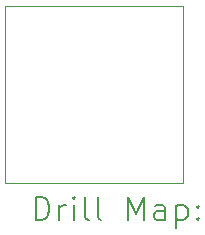
<source format=gbr>
%TF.GenerationSoftware,KiCad,Pcbnew,7.0.9*%
%TF.CreationDate,2023-11-12T22:26:37-08:00*%
%TF.ProjectId,TimeRecordingButton,54696d65-5265-4636-9f72-64696e674275,rev?*%
%TF.SameCoordinates,Original*%
%TF.FileFunction,Drillmap*%
%TF.FilePolarity,Positive*%
%FSLAX45Y45*%
G04 Gerber Fmt 4.5, Leading zero omitted, Abs format (unit mm)*
G04 Created by KiCad (PCBNEW 7.0.9) date 2023-11-12 22:26:37*
%MOMM*%
%LPD*%
G01*
G04 APERTURE LIST*
%ADD10C,0.100000*%
%ADD11C,0.200000*%
G04 APERTURE END LIST*
D10*
X9966812Y-10201863D02*
X11466812Y-10201863D01*
X11466812Y-11701863D01*
X9966812Y-11701863D01*
X9966812Y-10201863D01*
D11*
X10222589Y-12018346D02*
X10222589Y-11818346D01*
X10222589Y-11818346D02*
X10270208Y-11818346D01*
X10270208Y-11818346D02*
X10298779Y-11827870D01*
X10298779Y-11827870D02*
X10317827Y-11846918D01*
X10317827Y-11846918D02*
X10327351Y-11865965D01*
X10327351Y-11865965D02*
X10336875Y-11904061D01*
X10336875Y-11904061D02*
X10336875Y-11932632D01*
X10336875Y-11932632D02*
X10327351Y-11970727D01*
X10327351Y-11970727D02*
X10317827Y-11989775D01*
X10317827Y-11989775D02*
X10298779Y-12008823D01*
X10298779Y-12008823D02*
X10270208Y-12018346D01*
X10270208Y-12018346D02*
X10222589Y-12018346D01*
X10422589Y-12018346D02*
X10422589Y-11885013D01*
X10422589Y-11923108D02*
X10432113Y-11904061D01*
X10432113Y-11904061D02*
X10441637Y-11894537D01*
X10441637Y-11894537D02*
X10460684Y-11885013D01*
X10460684Y-11885013D02*
X10479732Y-11885013D01*
X10546398Y-12018346D02*
X10546398Y-11885013D01*
X10546398Y-11818346D02*
X10536875Y-11827870D01*
X10536875Y-11827870D02*
X10546398Y-11837394D01*
X10546398Y-11837394D02*
X10555922Y-11827870D01*
X10555922Y-11827870D02*
X10546398Y-11818346D01*
X10546398Y-11818346D02*
X10546398Y-11837394D01*
X10670208Y-12018346D02*
X10651160Y-12008823D01*
X10651160Y-12008823D02*
X10641637Y-11989775D01*
X10641637Y-11989775D02*
X10641637Y-11818346D01*
X10774970Y-12018346D02*
X10755922Y-12008823D01*
X10755922Y-12008823D02*
X10746398Y-11989775D01*
X10746398Y-11989775D02*
X10746398Y-11818346D01*
X11003541Y-12018346D02*
X11003541Y-11818346D01*
X11003541Y-11818346D02*
X11070208Y-11961203D01*
X11070208Y-11961203D02*
X11136875Y-11818346D01*
X11136875Y-11818346D02*
X11136875Y-12018346D01*
X11317827Y-12018346D02*
X11317827Y-11913584D01*
X11317827Y-11913584D02*
X11308303Y-11894537D01*
X11308303Y-11894537D02*
X11289256Y-11885013D01*
X11289256Y-11885013D02*
X11251160Y-11885013D01*
X11251160Y-11885013D02*
X11232113Y-11894537D01*
X11317827Y-12008823D02*
X11298779Y-12018346D01*
X11298779Y-12018346D02*
X11251160Y-12018346D01*
X11251160Y-12018346D02*
X11232113Y-12008823D01*
X11232113Y-12008823D02*
X11222589Y-11989775D01*
X11222589Y-11989775D02*
X11222589Y-11970727D01*
X11222589Y-11970727D02*
X11232113Y-11951680D01*
X11232113Y-11951680D02*
X11251160Y-11942156D01*
X11251160Y-11942156D02*
X11298779Y-11942156D01*
X11298779Y-11942156D02*
X11317827Y-11932632D01*
X11413065Y-11885013D02*
X11413065Y-12085013D01*
X11413065Y-11894537D02*
X11432113Y-11885013D01*
X11432113Y-11885013D02*
X11470208Y-11885013D01*
X11470208Y-11885013D02*
X11489256Y-11894537D01*
X11489256Y-11894537D02*
X11498779Y-11904061D01*
X11498779Y-11904061D02*
X11508303Y-11923108D01*
X11508303Y-11923108D02*
X11508303Y-11980251D01*
X11508303Y-11980251D02*
X11498779Y-11999299D01*
X11498779Y-11999299D02*
X11489256Y-12008823D01*
X11489256Y-12008823D02*
X11470208Y-12018346D01*
X11470208Y-12018346D02*
X11432113Y-12018346D01*
X11432113Y-12018346D02*
X11413065Y-12008823D01*
X11594017Y-11999299D02*
X11603541Y-12008823D01*
X11603541Y-12008823D02*
X11594017Y-12018346D01*
X11594017Y-12018346D02*
X11584494Y-12008823D01*
X11584494Y-12008823D02*
X11594017Y-11999299D01*
X11594017Y-11999299D02*
X11594017Y-12018346D01*
X11594017Y-11894537D02*
X11603541Y-11904061D01*
X11603541Y-11904061D02*
X11594017Y-11913584D01*
X11594017Y-11913584D02*
X11584494Y-11904061D01*
X11584494Y-11904061D02*
X11594017Y-11894537D01*
X11594017Y-11894537D02*
X11594017Y-11913584D01*
M02*

</source>
